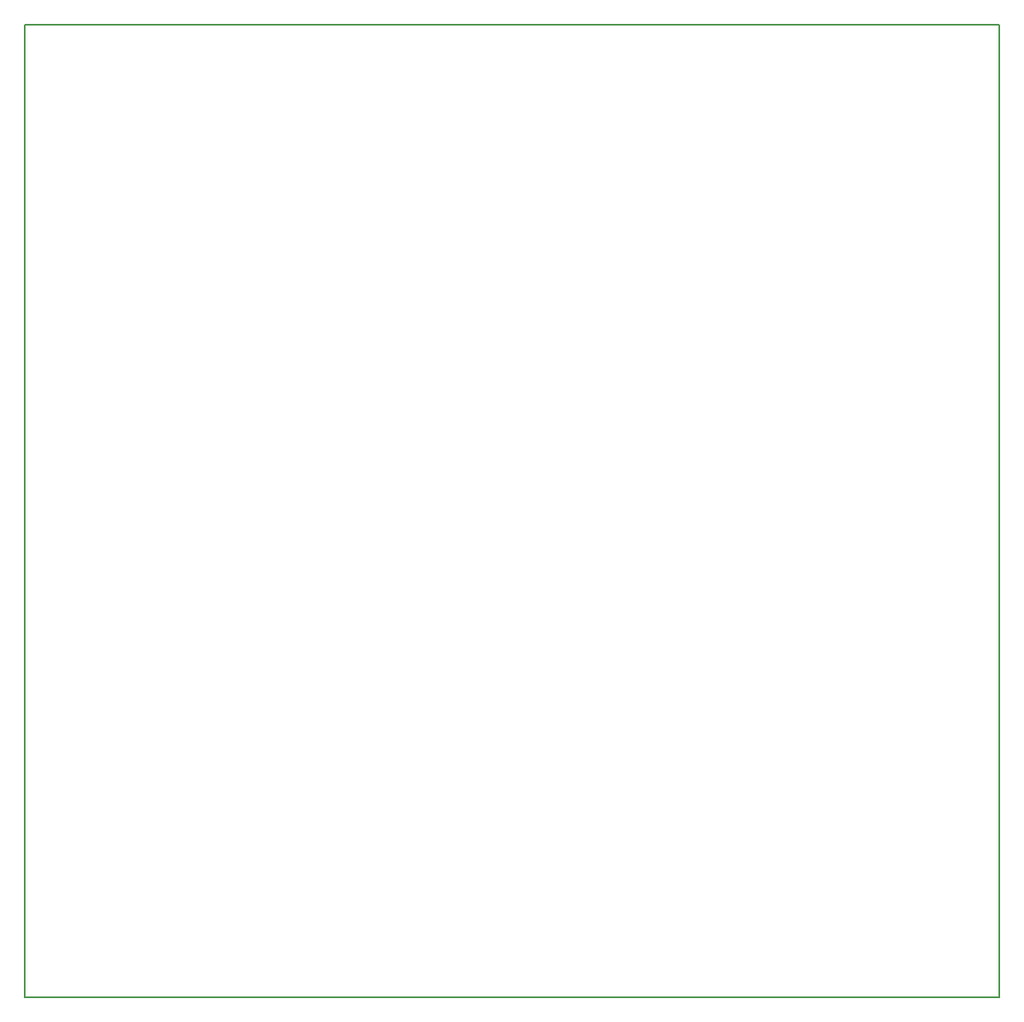
<source format=gm1>
G04 #@! TF.FileFunction,Profile,NP*
%FSLAX46Y46*%
G04 Gerber Fmt 4.6, Leading zero omitted, Abs format (unit mm)*
G04 Created by KiCad (PCBNEW 4.0.6) date Monday, 03 July 2017 'AMt' 09:42:41*
%MOMM*%
%LPD*%
G01*
G04 APERTURE LIST*
%ADD10C,0.100000*%
%ADD11C,0.150000*%
G04 APERTURE END LIST*
D10*
D11*
X127840000Y-145850000D02*
X127840000Y-46000000D01*
X227840000Y-145850000D02*
X127840000Y-145850000D01*
X227840000Y-45990000D02*
X227840000Y-145850000D01*
X127840000Y-45990000D02*
X227840000Y-45990000D01*
M02*

</source>
